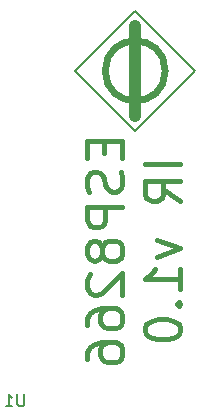
<source format=gbo>
G04 #@! TF.FileFunction,Legend,Bot*
%FSLAX46Y46*%
G04 Gerber Fmt 4.6, Leading zero omitted, Abs format (unit mm)*
G04 Created by KiCad (PCBNEW 4.0.7) date 03/30/18 23:46:17*
%MOMM*%
%LPD*%
G01*
G04 APERTURE LIST*
%ADD10C,0.100000*%
%ADD11C,0.400000*%
%ADD12C,0.200000*%
%ADD13C,1.000000*%
%ADD14C,0.600000*%
%ADD15C,0.150000*%
G04 APERTURE END LIST*
D10*
D11*
X148465714Y-117714286D02*
X148465714Y-118714286D01*
X150037143Y-119142857D02*
X150037143Y-117714286D01*
X147037143Y-117714286D01*
X147037143Y-119142857D01*
X149894286Y-120285715D02*
X150037143Y-120714286D01*
X150037143Y-121428572D01*
X149894286Y-121714286D01*
X149751429Y-121857143D01*
X149465714Y-122000000D01*
X149180000Y-122000000D01*
X148894286Y-121857143D01*
X148751429Y-121714286D01*
X148608571Y-121428572D01*
X148465714Y-120857143D01*
X148322857Y-120571429D01*
X148180000Y-120428572D01*
X147894286Y-120285715D01*
X147608571Y-120285715D01*
X147322857Y-120428572D01*
X147180000Y-120571429D01*
X147037143Y-120857143D01*
X147037143Y-121571429D01*
X147180000Y-122000000D01*
X150037143Y-123285715D02*
X147037143Y-123285715D01*
X147037143Y-124428572D01*
X147180000Y-124714286D01*
X147322857Y-124857143D01*
X147608571Y-125000000D01*
X148037143Y-125000000D01*
X148322857Y-124857143D01*
X148465714Y-124714286D01*
X148608571Y-124428572D01*
X148608571Y-123285715D01*
X148322857Y-126714286D02*
X148180000Y-126428572D01*
X148037143Y-126285715D01*
X147751429Y-126142858D01*
X147608571Y-126142858D01*
X147322857Y-126285715D01*
X147180000Y-126428572D01*
X147037143Y-126714286D01*
X147037143Y-127285715D01*
X147180000Y-127571429D01*
X147322857Y-127714286D01*
X147608571Y-127857143D01*
X147751429Y-127857143D01*
X148037143Y-127714286D01*
X148180000Y-127571429D01*
X148322857Y-127285715D01*
X148322857Y-126714286D01*
X148465714Y-126428572D01*
X148608571Y-126285715D01*
X148894286Y-126142858D01*
X149465714Y-126142858D01*
X149751429Y-126285715D01*
X149894286Y-126428572D01*
X150037143Y-126714286D01*
X150037143Y-127285715D01*
X149894286Y-127571429D01*
X149751429Y-127714286D01*
X149465714Y-127857143D01*
X148894286Y-127857143D01*
X148608571Y-127714286D01*
X148465714Y-127571429D01*
X148322857Y-127285715D01*
X147322857Y-129000001D02*
X147180000Y-129142858D01*
X147037143Y-129428572D01*
X147037143Y-130142858D01*
X147180000Y-130428572D01*
X147322857Y-130571429D01*
X147608571Y-130714286D01*
X147894286Y-130714286D01*
X148322857Y-130571429D01*
X150037143Y-128857143D01*
X150037143Y-130714286D01*
X147037143Y-133285715D02*
X147037143Y-132714286D01*
X147180000Y-132428572D01*
X147322857Y-132285715D01*
X147751429Y-132000001D01*
X148322857Y-131857144D01*
X149465714Y-131857144D01*
X149751429Y-132000001D01*
X149894286Y-132142858D01*
X150037143Y-132428572D01*
X150037143Y-133000001D01*
X149894286Y-133285715D01*
X149751429Y-133428572D01*
X149465714Y-133571429D01*
X148751429Y-133571429D01*
X148465714Y-133428572D01*
X148322857Y-133285715D01*
X148180000Y-133000001D01*
X148180000Y-132428572D01*
X148322857Y-132142858D01*
X148465714Y-132000001D01*
X148751429Y-131857144D01*
X147037143Y-136142858D02*
X147037143Y-135571429D01*
X147180000Y-135285715D01*
X147322857Y-135142858D01*
X147751429Y-134857144D01*
X148322857Y-134714287D01*
X149465714Y-134714287D01*
X149751429Y-134857144D01*
X149894286Y-135000001D01*
X150037143Y-135285715D01*
X150037143Y-135857144D01*
X149894286Y-136142858D01*
X149751429Y-136285715D01*
X149465714Y-136428572D01*
X148751429Y-136428572D01*
X148465714Y-136285715D01*
X148322857Y-136142858D01*
X148180000Y-135857144D01*
X148180000Y-135285715D01*
X148322857Y-135000001D01*
X148465714Y-134857144D01*
X148751429Y-134714287D01*
X154937143Y-119642858D02*
X151937143Y-119642858D01*
X154937143Y-122785714D02*
X153508571Y-121785714D01*
X154937143Y-121071429D02*
X151937143Y-121071429D01*
X151937143Y-122214286D01*
X152080000Y-122500000D01*
X152222857Y-122642857D01*
X152508571Y-122785714D01*
X152937143Y-122785714D01*
X153222857Y-122642857D01*
X153365714Y-122500000D01*
X153508571Y-122214286D01*
X153508571Y-121071429D01*
X152937143Y-126071428D02*
X154937143Y-126785714D01*
X152937143Y-127500000D01*
X154937143Y-130214285D02*
X154937143Y-128500000D01*
X154937143Y-129357142D02*
X151937143Y-129357142D01*
X152365714Y-129071428D01*
X152651429Y-128785714D01*
X152794286Y-128500000D01*
X154651429Y-131500000D02*
X154794286Y-131642857D01*
X154937143Y-131500000D01*
X154794286Y-131357143D01*
X154651429Y-131500000D01*
X154937143Y-131500000D01*
X151937143Y-133499999D02*
X151937143Y-133785714D01*
X152080000Y-134071428D01*
X152222857Y-134214285D01*
X152508571Y-134357142D01*
X153080000Y-134499999D01*
X153794286Y-134499999D01*
X154365714Y-134357142D01*
X154651429Y-134214285D01*
X154794286Y-134071428D01*
X154937143Y-133785714D01*
X154937143Y-133499999D01*
X154794286Y-133214285D01*
X154651429Y-133071428D01*
X154365714Y-132928571D01*
X153794286Y-132785714D01*
X153080000Y-132785714D01*
X152508571Y-132928571D01*
X152222857Y-133071428D01*
X152080000Y-133214285D01*
X151937143Y-133499999D01*
D12*
X156210000Y-111760000D02*
X151130000Y-116840000D01*
X151130000Y-106680000D02*
X156210000Y-111760000D01*
X146050000Y-111760000D02*
X151130000Y-106680000D01*
X151130000Y-116840000D02*
X146050000Y-111760000D01*
D13*
X151130000Y-115570000D02*
X151130000Y-107950000D01*
D14*
X153670000Y-111760000D02*
G75*
G03X153670000Y-111760000I-2540000J0D01*
G01*
D15*
X141731905Y-139152381D02*
X141731905Y-139961905D01*
X141684286Y-140057143D01*
X141636667Y-140104762D01*
X141541429Y-140152381D01*
X141350952Y-140152381D01*
X141255714Y-140104762D01*
X141208095Y-140057143D01*
X141160476Y-139961905D01*
X141160476Y-139152381D01*
X140160476Y-140152381D02*
X140731905Y-140152381D01*
X140446191Y-140152381D02*
X140446191Y-139152381D01*
X140541429Y-139295238D01*
X140636667Y-139390476D01*
X140731905Y-139438095D01*
M02*

</source>
